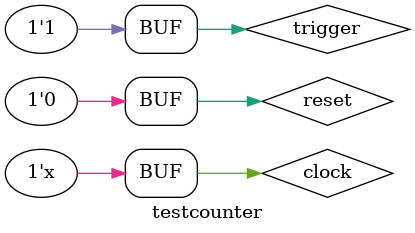
<source format=v>
`timescale 1ns / 1ps


module testcounter;

	// Inputs
	reg clock;
	reg reset;
	reg trigger;

	// Outputs
	wire [15:0] count;

	// Instantiate the Unit Under Test (UUT)
	counter uut (
		.count(count), 
		.clock(clock), 
		.reset(reset), 
		.trigger(trigger)
	);
	always #10 clock = ~clock;
	initial begin
		// Initialize Inputs
		clock = 0;
		reset = 0;
		trigger = 0;

		// Wait 100 ns for global reset to finish
		#100;
		reset = 1;
		#100;
		reset = 0;
		trigger = 1;
        
		// Add stimulus here

	end
      
endmodule


</source>
